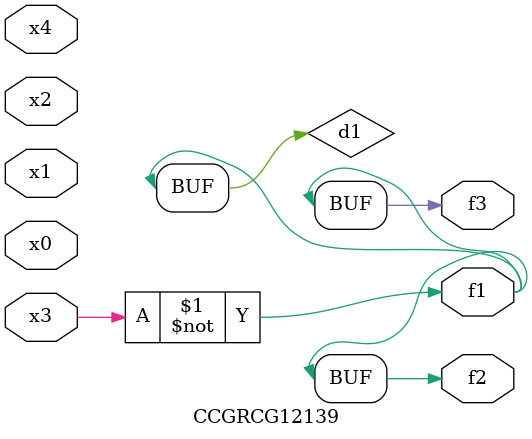
<source format=v>
module CCGRCG12139(
	input x0, x1, x2, x3, x4,
	output f1, f2, f3
);

	wire d1, d2;

	xnor (d1, x3);
	not (d2, x1);
	assign f1 = d1;
	assign f2 = d1;
	assign f3 = d1;
endmodule

</source>
